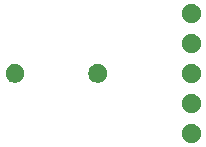
<source format=gbr>
G04 #@! TF.GenerationSoftware,KiCad,Pcbnew,(5.1.5)-3*
G04 #@! TF.CreationDate,2020-12-21T12:30:09+01:00*
G04 #@! TF.ProjectId,epimetheus_bmp180,6570696d-6574-4686-9575-735f626d7031,rev?*
G04 #@! TF.SameCoordinates,Original*
G04 #@! TF.FileFunction,Soldermask,Bot*
G04 #@! TF.FilePolarity,Negative*
%FSLAX46Y46*%
G04 Gerber Fmt 4.6, Leading zero omitted, Abs format (unit mm)*
G04 Created by KiCad (PCBNEW (5.1.5)-3) date 2020-12-21 12:30:09*
%MOMM*%
%LPD*%
G04 APERTURE LIST*
%ADD10C,0.100000*%
G04 APERTURE END LIST*
D10*
G36*
X178545142Y-35286242D02*
G01*
X178693101Y-35347529D01*
X178826255Y-35436499D01*
X178939501Y-35549745D01*
X179028471Y-35682899D01*
X179089758Y-35830858D01*
X179121000Y-35987925D01*
X179121000Y-36148075D01*
X179089758Y-36305142D01*
X179028471Y-36453101D01*
X178939501Y-36586255D01*
X178826255Y-36699501D01*
X178693101Y-36788471D01*
X178545142Y-36849758D01*
X178388075Y-36881000D01*
X178227925Y-36881000D01*
X178070858Y-36849758D01*
X177922899Y-36788471D01*
X177789745Y-36699501D01*
X177676499Y-36586255D01*
X177587529Y-36453101D01*
X177526242Y-36305142D01*
X177495000Y-36148075D01*
X177495000Y-35987925D01*
X177526242Y-35830858D01*
X177587529Y-35682899D01*
X177676499Y-35549745D01*
X177789745Y-35436499D01*
X177922899Y-35347529D01*
X178070858Y-35286242D01*
X178227925Y-35255000D01*
X178388075Y-35255000D01*
X178545142Y-35286242D01*
G37*
G36*
X178545142Y-32746242D02*
G01*
X178693101Y-32807529D01*
X178826255Y-32896499D01*
X178939501Y-33009745D01*
X179028471Y-33142899D01*
X179089758Y-33290858D01*
X179121000Y-33447925D01*
X179121000Y-33608075D01*
X179089758Y-33765142D01*
X179028471Y-33913101D01*
X178939501Y-34046255D01*
X178826255Y-34159501D01*
X178693101Y-34248471D01*
X178545142Y-34309758D01*
X178388075Y-34341000D01*
X178227925Y-34341000D01*
X178070858Y-34309758D01*
X177922899Y-34248471D01*
X177789745Y-34159501D01*
X177676499Y-34046255D01*
X177587529Y-33913101D01*
X177526242Y-33765142D01*
X177495000Y-33608075D01*
X177495000Y-33447925D01*
X177526242Y-33290858D01*
X177587529Y-33142899D01*
X177676499Y-33009745D01*
X177789745Y-32896499D01*
X177922899Y-32807529D01*
X178070858Y-32746242D01*
X178227925Y-32715000D01*
X178388075Y-32715000D01*
X178545142Y-32746242D01*
G37*
G36*
X178545142Y-30206242D02*
G01*
X178693101Y-30267529D01*
X178826255Y-30356499D01*
X178939501Y-30469745D01*
X179028471Y-30602899D01*
X179089758Y-30750858D01*
X179121000Y-30907925D01*
X179121000Y-31068075D01*
X179089758Y-31225142D01*
X179028471Y-31373101D01*
X178939501Y-31506255D01*
X178826255Y-31619501D01*
X178693101Y-31708471D01*
X178545142Y-31769758D01*
X178388075Y-31801000D01*
X178227925Y-31801000D01*
X178070858Y-31769758D01*
X177922899Y-31708471D01*
X177789745Y-31619501D01*
X177676499Y-31506255D01*
X177587529Y-31373101D01*
X177526242Y-31225142D01*
X177495000Y-31068075D01*
X177495000Y-30907925D01*
X177526242Y-30750858D01*
X177587529Y-30602899D01*
X177676499Y-30469745D01*
X177789745Y-30356499D01*
X177922899Y-30267529D01*
X178070858Y-30206242D01*
X178227925Y-30175000D01*
X178388075Y-30175000D01*
X178545142Y-30206242D01*
G37*
G36*
X170606642Y-30217781D02*
G01*
X170752414Y-30278162D01*
X170752416Y-30278163D01*
X170883608Y-30365822D01*
X170995178Y-30477392D01*
X171079038Y-30602899D01*
X171082838Y-30608586D01*
X171143219Y-30754358D01*
X171174000Y-30909107D01*
X171174000Y-31066893D01*
X171143219Y-31221642D01*
X171082838Y-31367414D01*
X171082837Y-31367416D01*
X170995178Y-31498608D01*
X170883608Y-31610178D01*
X170752416Y-31697837D01*
X170752415Y-31697838D01*
X170752414Y-31697838D01*
X170606642Y-31758219D01*
X170451893Y-31789000D01*
X170294107Y-31789000D01*
X170139358Y-31758219D01*
X169993586Y-31697838D01*
X169993585Y-31697838D01*
X169993584Y-31697837D01*
X169862392Y-31610178D01*
X169750822Y-31498608D01*
X169663163Y-31367416D01*
X169663162Y-31367414D01*
X169602781Y-31221642D01*
X169572000Y-31066893D01*
X169572000Y-30909107D01*
X169602781Y-30754358D01*
X169663162Y-30608586D01*
X169666962Y-30602899D01*
X169750822Y-30477392D01*
X169862392Y-30365822D01*
X169993584Y-30278163D01*
X169993586Y-30278162D01*
X170139358Y-30217781D01*
X170294107Y-30187000D01*
X170451893Y-30187000D01*
X170606642Y-30217781D01*
G37*
G36*
X163606642Y-30217781D02*
G01*
X163752414Y-30278162D01*
X163752416Y-30278163D01*
X163883608Y-30365822D01*
X163995178Y-30477392D01*
X164079038Y-30602899D01*
X164082838Y-30608586D01*
X164143219Y-30754358D01*
X164174000Y-30909107D01*
X164174000Y-31066893D01*
X164143219Y-31221642D01*
X164082838Y-31367414D01*
X164082837Y-31367416D01*
X163995178Y-31498608D01*
X163883608Y-31610178D01*
X163752416Y-31697837D01*
X163752415Y-31697838D01*
X163752414Y-31697838D01*
X163606642Y-31758219D01*
X163451893Y-31789000D01*
X163294107Y-31789000D01*
X163139358Y-31758219D01*
X162993586Y-31697838D01*
X162993585Y-31697838D01*
X162993584Y-31697837D01*
X162862392Y-31610178D01*
X162750822Y-31498608D01*
X162663163Y-31367416D01*
X162663162Y-31367414D01*
X162602781Y-31221642D01*
X162572000Y-31066893D01*
X162572000Y-30909107D01*
X162602781Y-30754358D01*
X162663162Y-30608586D01*
X162666962Y-30602899D01*
X162750822Y-30477392D01*
X162862392Y-30365822D01*
X162993584Y-30278163D01*
X162993586Y-30278162D01*
X163139358Y-30217781D01*
X163294107Y-30187000D01*
X163451893Y-30187000D01*
X163606642Y-30217781D01*
G37*
G36*
X178545142Y-27666242D02*
G01*
X178693101Y-27727529D01*
X178826255Y-27816499D01*
X178939501Y-27929745D01*
X179028471Y-28062899D01*
X179089758Y-28210858D01*
X179121000Y-28367925D01*
X179121000Y-28528075D01*
X179089758Y-28685142D01*
X179028471Y-28833101D01*
X178939501Y-28966255D01*
X178826255Y-29079501D01*
X178693101Y-29168471D01*
X178545142Y-29229758D01*
X178388075Y-29261000D01*
X178227925Y-29261000D01*
X178070858Y-29229758D01*
X177922899Y-29168471D01*
X177789745Y-29079501D01*
X177676499Y-28966255D01*
X177587529Y-28833101D01*
X177526242Y-28685142D01*
X177495000Y-28528075D01*
X177495000Y-28367925D01*
X177526242Y-28210858D01*
X177587529Y-28062899D01*
X177676499Y-27929745D01*
X177789745Y-27816499D01*
X177922899Y-27727529D01*
X178070858Y-27666242D01*
X178227925Y-27635000D01*
X178388075Y-27635000D01*
X178545142Y-27666242D01*
G37*
G36*
X178545142Y-25126242D02*
G01*
X178693101Y-25187529D01*
X178826255Y-25276499D01*
X178939501Y-25389745D01*
X179028471Y-25522899D01*
X179089758Y-25670858D01*
X179121000Y-25827925D01*
X179121000Y-25988075D01*
X179089758Y-26145142D01*
X179028471Y-26293101D01*
X178939501Y-26426255D01*
X178826255Y-26539501D01*
X178693101Y-26628471D01*
X178545142Y-26689758D01*
X178388075Y-26721000D01*
X178227925Y-26721000D01*
X178070858Y-26689758D01*
X177922899Y-26628471D01*
X177789745Y-26539501D01*
X177676499Y-26426255D01*
X177587529Y-26293101D01*
X177526242Y-26145142D01*
X177495000Y-25988075D01*
X177495000Y-25827925D01*
X177526242Y-25670858D01*
X177587529Y-25522899D01*
X177676499Y-25389745D01*
X177789745Y-25276499D01*
X177922899Y-25187529D01*
X178070858Y-25126242D01*
X178227925Y-25095000D01*
X178388075Y-25095000D01*
X178545142Y-25126242D01*
G37*
M02*

</source>
